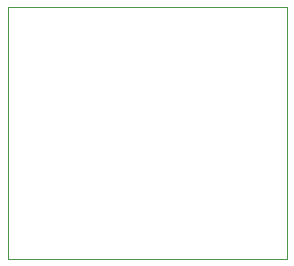
<source format=gbr>
%TF.GenerationSoftware,KiCad,Pcbnew,7.0.7*%
%TF.CreationDate,2023-11-14T17:33:56-06:00*%
%TF.ProjectId,Serial_To_RJ45,53657269-616c-45f5-946f-5f524a34352e,rev?*%
%TF.SameCoordinates,Original*%
%TF.FileFunction,Profile,NP*%
%FSLAX46Y46*%
G04 Gerber Fmt 4.6, Leading zero omitted, Abs format (unit mm)*
G04 Created by KiCad (PCBNEW 7.0.7) date 2023-11-14 17:33:56*
%MOMM*%
%LPD*%
G01*
G04 APERTURE LIST*
%TA.AperFunction,Profile*%
%ADD10C,0.100000*%
%TD*%
G04 APERTURE END LIST*
D10*
X192532000Y-102616000D02*
X216154000Y-102616000D01*
X216154000Y-123952000D01*
X192532000Y-123952000D01*
X192532000Y-102616000D01*
M02*

</source>
